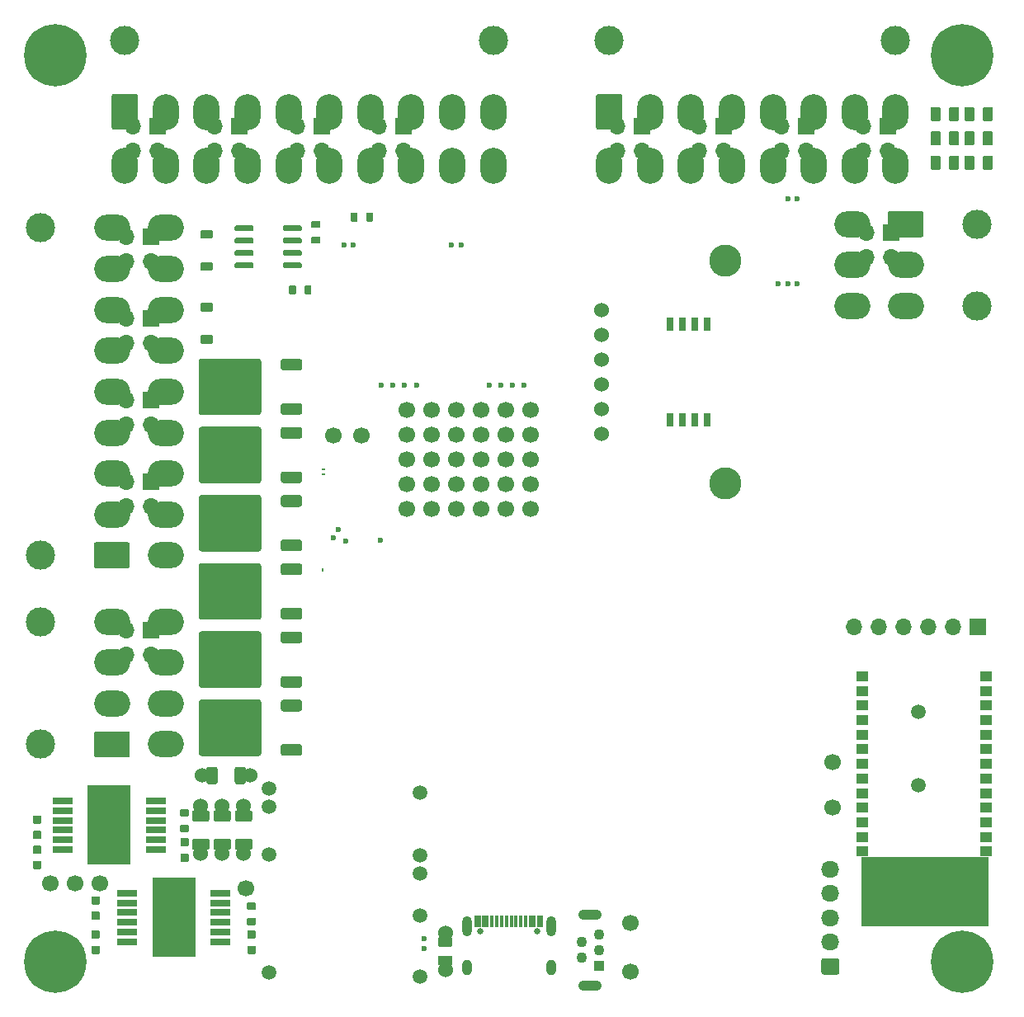
<source format=gts>
G04 #@! TF.GenerationSoftware,KiCad,Pcbnew,8.0.1-8.0.1-1~ubuntu22.04.1*
G04 #@! TF.CreationDate,2024-04-13T16:01:45+00:00*
G04 #@! TF.ProjectId,uaefi,75616566-692e-46b6-9963-61645f706362,C*
G04 #@! TF.SameCoordinates,Original*
G04 #@! TF.FileFunction,Soldermask,Top*
G04 #@! TF.FilePolarity,Negative*
%FSLAX46Y46*%
G04 Gerber Fmt 4.6, Leading zero omitted, Abs format (unit mm)*
G04 Created by KiCad (PCBNEW 8.0.1-8.0.1-1~ubuntu22.04.1) date 2024-04-13 16:01:45*
%MOMM*%
%LPD*%
G01*
G04 APERTURE LIST*
%ADD10C,0.120000*%
%ADD11R,1.700000X1.700000*%
%ADD12O,1.700000X1.700000*%
%ADD13C,3.000000*%
%ADD14O,2.700000X3.700000*%
%ADD15C,1.700000*%
%ADD16C,0.800000*%
%ADD17C,6.400000*%
%ADD18C,1.524000*%
%ADD19O,1.850000X1.700000*%
%ADD20C,0.600000*%
%ADD21R,1.100000X1.100000*%
%ADD22C,1.100000*%
%ADD23O,2.400000X1.100000*%
%ADD24C,1.500000*%
%ADD25O,0.250000X0.499999*%
%ADD26O,0.499999X0.250000*%
%ADD27C,0.599999*%
%ADD28O,3.700000X2.700000*%
%ADD29R,1.300000X1.000000*%
%ADD30R,2.000000X0.650000*%
%ADD31R,4.500000X8.100000*%
%ADD32C,0.650000*%
%ADD33R,0.300000X1.150000*%
%ADD34O,1.000000X2.100000*%
%ADD35O,1.000000X1.600000*%
%ADD36C,3.302000*%
%ADD37R,0.690000X1.350000*%
G04 APERTURE END LIST*
D10*
G04 #@! TO.C,U5*
X99150000Y7225000D02*
X86150000Y7225000D01*
X86150000Y14225000D01*
X99150000Y14225000D01*
X99150000Y7225000D01*
G36*
X99150000Y7225000D02*
G01*
X86150000Y7225000D01*
X86150000Y14225000D01*
X99150000Y14225000D01*
X99150000Y7225000D01*
G37*
G04 #@! TD*
G04 #@! TO.C,R40*
G36*
G01*
X96749999Y84875000D02*
X96749999Y86125000D01*
G75*
G02*
X96849999Y86225000I100000J0D01*
G01*
X97649999Y86225000D01*
G75*
G02*
X97749999Y86125000I0J-100000D01*
G01*
X97749999Y84875000D01*
G75*
G02*
X97649999Y84775000I-100000J0D01*
G01*
X96849999Y84775000D01*
G75*
G02*
X96749999Y84875000I0J100000D01*
G01*
G37*
G36*
G01*
X98650021Y84875000D02*
X98650021Y86125000D01*
G75*
G02*
X98750021Y86225000I100000J0D01*
G01*
X99550021Y86225000D01*
G75*
G02*
X99650021Y86125000I0J-100000D01*
G01*
X99650021Y84875000D01*
G75*
G02*
X99550021Y84775000I-100000J0D01*
G01*
X98750021Y84775000D01*
G75*
G02*
X98650021Y84875000I0J100000D01*
G01*
G37*
G04 #@! TD*
G04 #@! TO.C,U7*
G36*
G01*
X28775000Y75110000D02*
X28775000Y74810000D01*
G75*
G02*
X28625000Y74660000I-150000J0D01*
G01*
X26975000Y74660000D01*
G75*
G02*
X26825000Y74810000I0J150000D01*
G01*
X26825000Y75110000D01*
G75*
G02*
X26975000Y75260000I150000J0D01*
G01*
X28625000Y75260000D01*
G75*
G02*
X28775000Y75110000I0J-150000D01*
G01*
G37*
G36*
G01*
X28775000Y76380000D02*
X28775000Y76080000D01*
G75*
G02*
X28625000Y75930000I-150000J0D01*
G01*
X26975000Y75930000D01*
G75*
G02*
X26825000Y76080000I0J150000D01*
G01*
X26825000Y76380000D01*
G75*
G02*
X26975000Y76530000I150000J0D01*
G01*
X28625000Y76530000D01*
G75*
G02*
X28775000Y76380000I0J-150000D01*
G01*
G37*
G36*
G01*
X28775000Y77650000D02*
X28775000Y77350000D01*
G75*
G02*
X28625000Y77200000I-150000J0D01*
G01*
X26975000Y77200000D01*
G75*
G02*
X26825000Y77350000I0J150000D01*
G01*
X26825000Y77650000D01*
G75*
G02*
X26975000Y77800000I150000J0D01*
G01*
X28625000Y77800000D01*
G75*
G02*
X28775000Y77650000I0J-150000D01*
G01*
G37*
G36*
G01*
X28775000Y78920000D02*
X28775000Y78620000D01*
G75*
G02*
X28625000Y78470000I-150000J0D01*
G01*
X26975000Y78470000D01*
G75*
G02*
X26825000Y78620000I0J150000D01*
G01*
X26825000Y78920000D01*
G75*
G02*
X26975000Y79070000I150000J0D01*
G01*
X28625000Y79070000D01*
G75*
G02*
X28775000Y78920000I0J-150000D01*
G01*
G37*
G36*
G01*
X23825000Y78920000D02*
X23825000Y78620000D01*
G75*
G02*
X23675000Y78470000I-150000J0D01*
G01*
X22025000Y78470000D01*
G75*
G02*
X21875000Y78620000I0J150000D01*
G01*
X21875000Y78920000D01*
G75*
G02*
X22025000Y79070000I150000J0D01*
G01*
X23675000Y79070000D01*
G75*
G02*
X23825000Y78920000I0J-150000D01*
G01*
G37*
G36*
G01*
X23825000Y77650000D02*
X23825000Y77350000D01*
G75*
G02*
X23675000Y77200000I-150000J0D01*
G01*
X22025000Y77200000D01*
G75*
G02*
X21875000Y77350000I0J150000D01*
G01*
X21875000Y77650000D01*
G75*
G02*
X22025000Y77800000I150000J0D01*
G01*
X23675000Y77800000D01*
G75*
G02*
X23825000Y77650000I0J-150000D01*
G01*
G37*
G36*
G01*
X23825000Y76380000D02*
X23825000Y76080000D01*
G75*
G02*
X23675000Y75930000I-150000J0D01*
G01*
X22025000Y75930000D01*
G75*
G02*
X21875000Y76080000I0J150000D01*
G01*
X21875000Y76380000D01*
G75*
G02*
X22025000Y76530000I150000J0D01*
G01*
X23675000Y76530000D01*
G75*
G02*
X23825000Y76380000I0J-150000D01*
G01*
G37*
G36*
G01*
X23825000Y75110000D02*
X23825000Y74810000D01*
G75*
G02*
X23675000Y74660000I-150000J0D01*
G01*
X22025000Y74660000D01*
G75*
G02*
X21875000Y74810000I0J150000D01*
G01*
X21875000Y75110000D01*
G75*
G02*
X22025000Y75260000I150000J0D01*
G01*
X23675000Y75260000D01*
G75*
G02*
X23825000Y75110000I0J-150000D01*
G01*
G37*
G04 #@! TD*
G04 #@! TO.C,C24*
G36*
G01*
X7260000Y10215001D02*
X7940000Y10215001D01*
G75*
G02*
X8025000Y10130001I0J-85000D01*
G01*
X8025000Y9450001D01*
G75*
G02*
X7940000Y9365001I-85000J0D01*
G01*
X7260000Y9365001D01*
G75*
G02*
X7175000Y9450001I0J85000D01*
G01*
X7175000Y10130001D01*
G75*
G02*
X7260000Y10215001I85000J0D01*
G01*
G37*
G36*
G01*
X7260000Y8634999D02*
X7940000Y8634999D01*
G75*
G02*
X8025000Y8549999I0J-85000D01*
G01*
X8025000Y7869999D01*
G75*
G02*
X7940000Y7784999I-85000J0D01*
G01*
X7260000Y7784999D01*
G75*
G02*
X7175000Y7869999I0J85000D01*
G01*
X7175000Y8549999D01*
G75*
G02*
X7260000Y8634999I85000J0D01*
G01*
G37*
G04 #@! TD*
G04 #@! TO.C,R39*
G36*
G01*
X96749999Y87375000D02*
X96749999Y88625000D01*
G75*
G02*
X96849999Y88725000I100000J0D01*
G01*
X97649999Y88725000D01*
G75*
G02*
X97749999Y88625000I0J-100000D01*
G01*
X97749999Y87375000D01*
G75*
G02*
X97649999Y87275000I-100000J0D01*
G01*
X96849999Y87275000D01*
G75*
G02*
X96749999Y87375000I0J100000D01*
G01*
G37*
G36*
G01*
X98650021Y87375000D02*
X98650021Y88625000D01*
G75*
G02*
X98750021Y88725000I100000J0D01*
G01*
X99550021Y88725000D01*
G75*
G02*
X99650021Y88625000I0J-100000D01*
G01*
X99650021Y87375000D01*
G75*
G02*
X99550021Y87275000I-100000J0D01*
G01*
X98750021Y87275000D01*
G75*
G02*
X98650021Y87375000I0J100000D01*
G01*
G37*
G04 #@! TD*
G04 #@! TO.C,Q10*
G36*
G01*
X28800000Y39570000D02*
X28800000Y38870000D01*
G75*
G02*
X28550000Y38620000I-250000J0D01*
G01*
X26850000Y38620000D01*
G75*
G02*
X26600000Y38870000I0J250000D01*
G01*
X26600000Y39570000D01*
G75*
G02*
X26850000Y39820000I250000J0D01*
G01*
X28550000Y39820000D01*
G75*
G02*
X28800000Y39570000I0J-250000D01*
G01*
G37*
G36*
G01*
X24600000Y44150003D02*
X24600000Y38849997D01*
G75*
G02*
X24350003Y38600000I-249997J0D01*
G01*
X18449997Y38600000D01*
G75*
G02*
X18200000Y38849997I0J249997D01*
G01*
X18200000Y44150003D01*
G75*
G02*
X18449997Y44400000I249997J0D01*
G01*
X24350003Y44400000D01*
G75*
G02*
X24600000Y44150003I0J-249997D01*
G01*
G37*
G36*
G01*
X28800000Y44130000D02*
X28800000Y43430000D01*
G75*
G02*
X28550000Y43180000I-250000J0D01*
G01*
X26850000Y43180000D01*
G75*
G02*
X26600000Y43430000I0J250000D01*
G01*
X26600000Y44130000D01*
G75*
G02*
X26850000Y44380000I250000J0D01*
G01*
X28550000Y44380000D01*
G75*
G02*
X28800000Y44130000I0J-250000D01*
G01*
G37*
G04 #@! TD*
D11*
G04 #@! TO.C,J21*
X13315000Y52750000D03*
D12*
X10775000Y52750000D03*
X13315000Y50210000D03*
X10775000Y50210000D03*
G04 #@! TD*
D13*
G04 #@! TO.C,J10*
X60300000Y98025000D03*
X89700000Y98025000D03*
G36*
G01*
X58950000Y89125001D02*
X58950000Y92324999D01*
G75*
G02*
X59200001Y92575000I250001J0D01*
G01*
X61399999Y92575000D01*
G75*
G02*
X61650000Y92324999I0J-250001D01*
G01*
X61650000Y89125001D01*
G75*
G02*
X61399999Y88875000I-250001J0D01*
G01*
X59200001Y88875000D01*
G75*
G02*
X58950000Y89125001I0J250001D01*
G01*
G37*
D14*
X64500000Y90725000D03*
X68700000Y90725000D03*
X72900000Y90725000D03*
X77100000Y90725000D03*
X81300000Y90725000D03*
X85500000Y90725000D03*
X89700000Y90725000D03*
X60300000Y85225000D03*
X64500000Y85225000D03*
X68700000Y85225000D03*
X72900000Y85225000D03*
X77100000Y85225000D03*
X81300000Y85225000D03*
X85500000Y85225000D03*
X89700000Y85225000D03*
G04 #@! TD*
D15*
G04 #@! TO.C,P8*
X83200000Y19300000D03*
G04 #@! TD*
D11*
G04 #@! TO.C,J20*
X13315000Y61150000D03*
D12*
X10775000Y61150000D03*
X13315000Y58610000D03*
X10775000Y58610000D03*
G04 #@! TD*
D13*
G04 #@! TO.C,J2*
X10600000Y98025000D03*
X48400000Y98025000D03*
G36*
G01*
X9250000Y89125001D02*
X9250000Y92324999D01*
G75*
G02*
X9500001Y92575000I250001J0D01*
G01*
X11699999Y92575000D01*
G75*
G02*
X11950000Y92324999I0J-250001D01*
G01*
X11950000Y89125001D01*
G75*
G02*
X11699999Y88875000I-250001J0D01*
G01*
X9500001Y88875000D01*
G75*
G02*
X9250000Y89125001I0J250001D01*
G01*
G37*
D14*
X14800000Y90725000D03*
X19000000Y90725000D03*
X23200000Y90725000D03*
X27400000Y90725000D03*
X31600000Y90725000D03*
X35800000Y90725000D03*
X40000000Y90725000D03*
X44200000Y90725000D03*
X48400000Y90725000D03*
X10600000Y85225000D03*
X14800000Y85225000D03*
X19000000Y85225000D03*
X23200000Y85225000D03*
X27400000Y85225000D03*
X31600000Y85225000D03*
X35800000Y85225000D03*
X40000000Y85225000D03*
X44200000Y85225000D03*
X48400000Y85225000D03*
G04 #@! TD*
G04 #@! TO.C,Q7*
G36*
G01*
X28800000Y60570000D02*
X28800000Y59870000D01*
G75*
G02*
X28550000Y59620000I-250000J0D01*
G01*
X26850000Y59620000D01*
G75*
G02*
X26600000Y59870000I0J250000D01*
G01*
X26600000Y60570000D01*
G75*
G02*
X26850000Y60820000I250000J0D01*
G01*
X28550000Y60820000D01*
G75*
G02*
X28800000Y60570000I0J-250000D01*
G01*
G37*
G36*
G01*
X24600000Y65150003D02*
X24600000Y59849997D01*
G75*
G02*
X24350003Y59600000I-249997J0D01*
G01*
X18449997Y59600000D01*
G75*
G02*
X18200000Y59849997I0J249997D01*
G01*
X18200000Y65150003D01*
G75*
G02*
X18449997Y65400000I249997J0D01*
G01*
X24350003Y65400000D01*
G75*
G02*
X24600000Y65150003I0J-249997D01*
G01*
G37*
G36*
G01*
X28800000Y65130000D02*
X28800000Y64430000D01*
G75*
G02*
X28550000Y64180000I-250000J0D01*
G01*
X26850000Y64180000D01*
G75*
G02*
X26600000Y64430000I0J250000D01*
G01*
X26600000Y65130000D01*
G75*
G02*
X26850000Y65380000I250000J0D01*
G01*
X28550000Y65380000D01*
G75*
G02*
X28800000Y65130000I0J-250000D01*
G01*
G37*
G04 #@! TD*
G04 #@! TO.C,Q8*
G36*
G01*
X28800000Y53570000D02*
X28800000Y52870000D01*
G75*
G02*
X28550000Y52620000I-250000J0D01*
G01*
X26850000Y52620000D01*
G75*
G02*
X26600000Y52870000I0J250000D01*
G01*
X26600000Y53570000D01*
G75*
G02*
X26850000Y53820000I250000J0D01*
G01*
X28550000Y53820000D01*
G75*
G02*
X28800000Y53570000I0J-250000D01*
G01*
G37*
G36*
G01*
X24600000Y58150003D02*
X24600000Y52849997D01*
G75*
G02*
X24350003Y52600000I-249997J0D01*
G01*
X18449997Y52600000D01*
G75*
G02*
X18200000Y52849997I0J249997D01*
G01*
X18200000Y58150003D01*
G75*
G02*
X18449997Y58400000I249997J0D01*
G01*
X24350003Y58400000D01*
G75*
G02*
X24600000Y58150003I0J-249997D01*
G01*
G37*
G36*
G01*
X28800000Y58130000D02*
X28800000Y57430000D01*
G75*
G02*
X28550000Y57180000I-250000J0D01*
G01*
X26850000Y57180000D01*
G75*
G02*
X26600000Y57430000I0J250000D01*
G01*
X26600000Y58130000D01*
G75*
G02*
X26850000Y58380000I250000J0D01*
G01*
X28550000Y58380000D01*
G75*
G02*
X28800000Y58130000I0J-250000D01*
G01*
G37*
G04 #@! TD*
D11*
G04 #@! TO.C,J17*
X39190000Y89225000D03*
D12*
X36650000Y89225000D03*
X39190000Y86685000D03*
X36650000Y86685000D03*
G04 #@! TD*
D15*
G04 #@! TO.C,P1*
X32000000Y57500000D03*
G04 #@! TD*
G04 #@! TO.C,C26*
G36*
G01*
X23260000Y6715001D02*
X23940000Y6715001D01*
G75*
G02*
X24025000Y6630001I0J-85000D01*
G01*
X24025000Y5950001D01*
G75*
G02*
X23940000Y5865001I-85000J0D01*
G01*
X23260000Y5865001D01*
G75*
G02*
X23175000Y5950001I0J85000D01*
G01*
X23175000Y6630001D01*
G75*
G02*
X23260000Y6715001I85000J0D01*
G01*
G37*
G36*
G01*
X23260000Y5134999D02*
X23940000Y5134999D01*
G75*
G02*
X24025000Y5049999I0J-85000D01*
G01*
X24025000Y4369999D01*
G75*
G02*
X23940000Y4284999I-85000J0D01*
G01*
X23260000Y4284999D01*
G75*
G02*
X23175000Y4369999I0J85000D01*
G01*
X23175000Y5049999D01*
G75*
G02*
X23260000Y5134999I85000J0D01*
G01*
G37*
G04 #@! TD*
G04 #@! TO.C,R1*
G36*
G01*
X36082497Y80315000D02*
X36082497Y79535000D01*
G75*
G02*
X36012497Y79465000I-70000J0D01*
G01*
X35452497Y79465000D01*
G75*
G02*
X35382497Y79535000I0J70000D01*
G01*
X35382497Y80315000D01*
G75*
G02*
X35452497Y80385000I70000J0D01*
G01*
X36012497Y80385000D01*
G75*
G02*
X36082497Y80315000I0J-70000D01*
G01*
G37*
G36*
G01*
X34482497Y80315000D02*
X34482497Y79535000D01*
G75*
G02*
X34412497Y79465000I-70000J0D01*
G01*
X33852497Y79465000D01*
G75*
G02*
X33782497Y79535000I0J70000D01*
G01*
X33782497Y80315000D01*
G75*
G02*
X33852497Y80385000I70000J0D01*
G01*
X34412497Y80385000D01*
G75*
G02*
X34482497Y80315000I0J-70000D01*
G01*
G37*
G04 #@! TD*
G04 #@! TO.C,P2*
X34900000Y57500000D03*
G04 #@! TD*
G04 #@! TO.C,C13*
G36*
G01*
X16385000Y16175001D02*
X17065000Y16175001D01*
G75*
G02*
X17150000Y16090001I0J-85000D01*
G01*
X17150000Y15410001D01*
G75*
G02*
X17065000Y15325001I-85000J0D01*
G01*
X16385000Y15325001D01*
G75*
G02*
X16300000Y15410001I0J85000D01*
G01*
X16300000Y16090001D01*
G75*
G02*
X16385000Y16175001I85000J0D01*
G01*
G37*
G36*
G01*
X16385000Y14594999D02*
X17065000Y14594999D01*
G75*
G02*
X17150000Y14509999I0J-85000D01*
G01*
X17150000Y13829999D01*
G75*
G02*
X17065000Y13744999I-85000J0D01*
G01*
X16385000Y13744999D01*
G75*
G02*
X16300000Y13829999I0J85000D01*
G01*
X16300000Y14509999D01*
G75*
G02*
X16385000Y14594999I85000J0D01*
G01*
G37*
G04 #@! TD*
G04 #@! TO.C,P15*
X5540000Y11500000D03*
G04 #@! TD*
D16*
G04 #@! TO.C,H1*
X1100000Y96500000D03*
X1802944Y98197056D03*
X1802944Y94802944D03*
X3500000Y98900000D03*
D17*
X3500000Y96500000D03*
D16*
X3500000Y94100000D03*
X5197056Y98197056D03*
X5197056Y94802944D03*
X5900000Y96500000D03*
G04 #@! TD*
G04 #@! TO.C,H4*
X94100000Y96500000D03*
X94802944Y98197056D03*
X94802944Y94802944D03*
X96500000Y98900000D03*
D17*
X96500000Y96500000D03*
D16*
X96500000Y94100000D03*
X98197056Y98197056D03*
X98197056Y94802944D03*
X98900000Y96500000D03*
G04 #@! TD*
D18*
G04 #@! TO.C,F4*
X18400000Y19450000D03*
G36*
G01*
X17500000Y18105010D02*
X17500000Y18795010D01*
G75*
G02*
X17730000Y19025010I230000J0D01*
G01*
X19070000Y19025010D01*
G75*
G02*
X19300000Y18795010I0J-230000D01*
G01*
X19300000Y18105010D01*
G75*
G02*
X19070000Y17875010I-230000J0D01*
G01*
X17730000Y17875010D01*
G75*
G02*
X17500000Y18105010I0J230000D01*
G01*
G37*
G36*
G01*
X17500000Y15204990D02*
X17500000Y15894990D01*
G75*
G02*
X17730000Y16124990I230000J0D01*
G01*
X19070000Y16124990D01*
G75*
G02*
X19300000Y15894990I0J-230000D01*
G01*
X19300000Y15204990D01*
G75*
G02*
X19070000Y14974990I-230000J0D01*
G01*
X17730000Y14974990D01*
G75*
G02*
X17500000Y15204990I0J230000D01*
G01*
G37*
X18400000Y14550000D03*
G04 #@! TD*
G04 #@! TO.C,R37*
G36*
G01*
X93299999Y84875000D02*
X93299999Y86125000D01*
G75*
G02*
X93399999Y86225000I100000J0D01*
G01*
X94199999Y86225000D01*
G75*
G02*
X94299999Y86125000I0J-100000D01*
G01*
X94299999Y84875000D01*
G75*
G02*
X94199999Y84775000I-100000J0D01*
G01*
X93399999Y84775000D01*
G75*
G02*
X93299999Y84875000I0J100000D01*
G01*
G37*
G36*
G01*
X95200021Y84875000D02*
X95200021Y86125000D01*
G75*
G02*
X95300021Y86225000I100000J0D01*
G01*
X96100021Y86225000D01*
G75*
G02*
X96200021Y86125000I0J-100000D01*
G01*
X96200021Y84875000D01*
G75*
G02*
X96100021Y84775000I-100000J0D01*
G01*
X95300021Y84775000D01*
G75*
G02*
X95200021Y84875000I0J100000D01*
G01*
G37*
G04 #@! TD*
G04 #@! TO.C,C11*
G36*
G01*
X1260000Y18515001D02*
X1940000Y18515001D01*
G75*
G02*
X2025000Y18430001I0J-85000D01*
G01*
X2025000Y17750001D01*
G75*
G02*
X1940000Y17665001I-85000J0D01*
G01*
X1260000Y17665001D01*
G75*
G02*
X1175000Y17750001I0J85000D01*
G01*
X1175000Y18430001D01*
G75*
G02*
X1260000Y18515001I85000J0D01*
G01*
G37*
G36*
G01*
X1260000Y16934999D02*
X1940000Y16934999D01*
G75*
G02*
X2025000Y16849999I0J-85000D01*
G01*
X2025000Y16169999D01*
G75*
G02*
X1940000Y16084999I-85000J0D01*
G01*
X1260000Y16084999D01*
G75*
G02*
X1175000Y16169999I0J85000D01*
G01*
X1175000Y16849999D01*
G75*
G02*
X1260000Y16934999I85000J0D01*
G01*
G37*
G04 #@! TD*
G04 #@! TO.C,J7*
G36*
G01*
X83675000Y2150000D02*
X82325000Y2150000D01*
G75*
G02*
X82075000Y2400000I0J250000D01*
G01*
X82075000Y3600000D01*
G75*
G02*
X82325000Y3850000I250000J0D01*
G01*
X83675000Y3850000D01*
G75*
G02*
X83925000Y3600000I0J-250000D01*
G01*
X83925000Y2400000D01*
G75*
G02*
X83675000Y2150000I-250000J0D01*
G01*
G37*
D19*
X83000000Y5500000D03*
X83000000Y8000000D03*
X83000000Y10500000D03*
X83000000Y13000000D03*
G04 #@! TD*
D15*
G04 #@! TO.C,P4*
X62500000Y7500000D03*
G04 #@! TD*
D16*
G04 #@! TO.C,H2*
X1100000Y3500000D03*
X1802944Y5197056D03*
X1802944Y1802944D03*
X3500000Y5900000D03*
D17*
X3500000Y3500000D03*
D16*
X3500000Y1100000D03*
X5197056Y5197056D03*
X5197056Y1802944D03*
X5900000Y3500000D03*
G04 #@! TD*
D20*
G04 #@! TO.C,M3*
X49175000Y62675000D03*
X47975000Y62675000D03*
X50375000Y62675000D03*
X51575000Y62675000D03*
X45115000Y77100000D03*
X44115000Y77100000D03*
G04 #@! TD*
G04 #@! TO.C,R10*
G36*
G01*
X29750000Y72840000D02*
X29750000Y72060000D01*
G75*
G02*
X29680000Y71990000I-70000J0D01*
G01*
X29120000Y71990000D01*
G75*
G02*
X29050000Y72060000I0J70000D01*
G01*
X29050000Y72840000D01*
G75*
G02*
X29120000Y72910000I70000J0D01*
G01*
X29680000Y72910000D01*
G75*
G02*
X29750000Y72840000I0J-70000D01*
G01*
G37*
G36*
G01*
X28150000Y72840000D02*
X28150000Y72060000D01*
G75*
G02*
X28080000Y71990000I-70000J0D01*
G01*
X27520000Y71990000D01*
G75*
G02*
X27450000Y72060000I0J70000D01*
G01*
X27450000Y72840000D01*
G75*
G02*
X27520000Y72910000I70000J0D01*
G01*
X28080000Y72910000D01*
G75*
G02*
X28150000Y72840000I0J-70000D01*
G01*
G37*
G04 #@! TD*
D15*
G04 #@! TO.C,P17*
X3000000Y11500000D03*
G04 #@! TD*
D21*
G04 #@! TO.C,J8*
X59250000Y3100000D03*
D22*
X57500000Y3900000D03*
X59250000Y4700000D03*
X57500000Y5500000D03*
X59250000Y6300000D03*
D23*
X58375000Y1050000D03*
X58375000Y8350000D03*
G04 #@! TD*
D18*
G04 #@! TO.C,F3*
X20600000Y19450000D03*
G36*
G01*
X19700000Y18105010D02*
X19700000Y18795010D01*
G75*
G02*
X19930000Y19025010I230000J0D01*
G01*
X21270000Y19025010D01*
G75*
G02*
X21500000Y18795010I0J-230000D01*
G01*
X21500000Y18105010D01*
G75*
G02*
X21270000Y17875010I-230000J0D01*
G01*
X19930000Y17875010D01*
G75*
G02*
X19700000Y18105010I0J230000D01*
G01*
G37*
G36*
G01*
X19700000Y15204990D02*
X19700000Y15894990D01*
G75*
G02*
X19930000Y16124990I230000J0D01*
G01*
X21270000Y16124990D01*
G75*
G02*
X21500000Y15894990I0J-230000D01*
G01*
X21500000Y15204990D01*
G75*
G02*
X21270000Y14974990I-230000J0D01*
G01*
X19930000Y14974990D01*
G75*
G02*
X19700000Y15204990I0J230000D01*
G01*
G37*
X20600000Y14550000D03*
G04 #@! TD*
D20*
G04 #@! TO.C,M2*
X79574999Y73125000D03*
X78624999Y73125000D03*
X77675001Y73125000D03*
X78674999Y81825000D03*
X79574999Y81825000D03*
G04 #@! TD*
G04 #@! TO.C,C25*
G36*
G01*
X7940000Y4284999D02*
X7260000Y4284999D01*
G75*
G02*
X7175000Y4369999I0J85000D01*
G01*
X7175000Y5049999D01*
G75*
G02*
X7260000Y5134999I85000J0D01*
G01*
X7940000Y5134999D01*
G75*
G02*
X8025000Y5049999I0J-85000D01*
G01*
X8025000Y4369999D01*
G75*
G02*
X7940000Y4284999I-85000J0D01*
G01*
G37*
G36*
G01*
X7940000Y5865001D02*
X7260000Y5865001D01*
G75*
G02*
X7175000Y5950001I0J85000D01*
G01*
X7175000Y6630001D01*
G75*
G02*
X7260000Y6715001I85000J0D01*
G01*
X7940000Y6715001D01*
G75*
G02*
X8025000Y6630001I0J-85000D01*
G01*
X8025000Y5950001D01*
G75*
G02*
X7940000Y5865001I-85000J0D01*
G01*
G37*
G04 #@! TD*
D15*
G04 #@! TO.C,P18*
X23000000Y11000000D03*
G04 #@! TD*
D24*
G04 #@! TO.C,M1*
X40874995Y20824999D03*
X40874995Y14425002D03*
X40874995Y12524999D03*
X40874995Y8224999D03*
D20*
X41324994Y5825002D03*
X41324994Y4825001D03*
D24*
X40874995Y1974999D03*
X25374998Y21275001D03*
X25374998Y19425002D03*
X25374998Y14474999D03*
X25374998Y2425001D03*
G04 #@! TD*
G04 #@! TO.C,Q12*
G36*
G01*
X28800000Y25570000D02*
X28800000Y24870000D01*
G75*
G02*
X28550000Y24620000I-250000J0D01*
G01*
X26850000Y24620000D01*
G75*
G02*
X26600000Y24870000I0J250000D01*
G01*
X26600000Y25570000D01*
G75*
G02*
X26850000Y25820000I250000J0D01*
G01*
X28550000Y25820000D01*
G75*
G02*
X28800000Y25570000I0J-250000D01*
G01*
G37*
G36*
G01*
X24600000Y30150003D02*
X24600000Y24849997D01*
G75*
G02*
X24350003Y24600000I-249997J0D01*
G01*
X18449997Y24600000D01*
G75*
G02*
X18200000Y24849997I0J249997D01*
G01*
X18200000Y30150003D01*
G75*
G02*
X18449997Y30400000I249997J0D01*
G01*
X24350003Y30400000D01*
G75*
G02*
X24600000Y30150003I0J-249997D01*
G01*
G37*
G36*
G01*
X28800000Y30130000D02*
X28800000Y29430000D01*
G75*
G02*
X28550000Y29180000I-250000J0D01*
G01*
X26850000Y29180000D01*
G75*
G02*
X26600000Y29430000I0J250000D01*
G01*
X26600000Y30130000D01*
G75*
G02*
X26850000Y30380000I250000J0D01*
G01*
X28550000Y30380000D01*
G75*
G02*
X28800000Y30130000I0J-250000D01*
G01*
G37*
G04 #@! TD*
D25*
G04 #@! TO.C,M7*
X30900003Y43675005D03*
D26*
X30950001Y54024999D03*
X30950001Y53524998D03*
D27*
X31999999Y46975001D03*
X32524999Y47850003D03*
X33274997Y46674999D03*
X36824998Y46750002D03*
G04 #@! TD*
G04 #@! TO.C,R9*
G36*
G01*
X16335000Y19110000D02*
X17115000Y19110000D01*
G75*
G02*
X17185000Y19040000I0J-70000D01*
G01*
X17185000Y18480000D01*
G75*
G02*
X17115000Y18410000I-70000J0D01*
G01*
X16335000Y18410000D01*
G75*
G02*
X16265000Y18480000I0J70000D01*
G01*
X16265000Y19040000D01*
G75*
G02*
X16335000Y19110000I70000J0D01*
G01*
G37*
G36*
G01*
X16335000Y17510000D02*
X17115000Y17510000D01*
G75*
G02*
X17185000Y17440000I0J-70000D01*
G01*
X17185000Y16880000D01*
G75*
G02*
X17115000Y16810000I-70000J0D01*
G01*
X16335000Y16810000D01*
G75*
G02*
X16265000Y16880000I0J70000D01*
G01*
X16265000Y17440000D01*
G75*
G02*
X16335000Y17510000I70000J0D01*
G01*
G37*
G04 #@! TD*
D11*
G04 #@! TO.C,J11*
X80490000Y89225000D03*
D12*
X77950000Y89225000D03*
X80490000Y86685000D03*
X77950000Y86685000D03*
G04 #@! TD*
D13*
G04 #@! TO.C,J5*
X1975000Y45200000D03*
X1975000Y78800000D03*
G36*
G01*
X10874999Y43850000D02*
X7675001Y43850000D01*
G75*
G02*
X7425000Y44100001I0J250001D01*
G01*
X7425000Y46299999D01*
G75*
G02*
X7675001Y46550000I250001J0D01*
G01*
X10874999Y46550000D01*
G75*
G02*
X11125000Y46299999I0J-250001D01*
G01*
X11125000Y44100001D01*
G75*
G02*
X10874999Y43850000I-250001J0D01*
G01*
G37*
D28*
X9275000Y49400000D03*
X9275000Y53600000D03*
X9275000Y57800000D03*
X9275000Y62000000D03*
X9275000Y66200000D03*
X9275000Y70400000D03*
X9275000Y74600000D03*
X9275000Y78800000D03*
X14775000Y45200000D03*
X14775000Y49400000D03*
X14775000Y53600000D03*
X14775000Y57800000D03*
X14775000Y62000000D03*
X14775000Y66200000D03*
X14775000Y70400000D03*
X14775000Y74600000D03*
X14775000Y78800000D03*
G04 #@! TD*
G04 #@! TO.C,Q9*
G36*
G01*
X28800000Y46570000D02*
X28800000Y45870000D01*
G75*
G02*
X28550000Y45620000I-250000J0D01*
G01*
X26850000Y45620000D01*
G75*
G02*
X26600000Y45870000I0J250000D01*
G01*
X26600000Y46570000D01*
G75*
G02*
X26850000Y46820000I250000J0D01*
G01*
X28550000Y46820000D01*
G75*
G02*
X28800000Y46570000I0J-250000D01*
G01*
G37*
G36*
G01*
X24600000Y51150003D02*
X24600000Y45849997D01*
G75*
G02*
X24350003Y45600000I-249997J0D01*
G01*
X18449997Y45600000D01*
G75*
G02*
X18200000Y45849997I0J249997D01*
G01*
X18200000Y51150003D01*
G75*
G02*
X18449997Y51400000I249997J0D01*
G01*
X24350003Y51400000D01*
G75*
G02*
X24600000Y51150003I0J-249997D01*
G01*
G37*
G36*
G01*
X28800000Y51130000D02*
X28800000Y50430000D01*
G75*
G02*
X28550000Y50180000I-250000J0D01*
G01*
X26850000Y50180000D01*
G75*
G02*
X26600000Y50430000I0J250000D01*
G01*
X26600000Y51130000D01*
G75*
G02*
X26850000Y51380000I250000J0D01*
G01*
X28550000Y51380000D01*
G75*
G02*
X28800000Y51130000I0J-250000D01*
G01*
G37*
G04 #@! TD*
D29*
G04 #@! TO.C,U5*
X99000000Y14800000D03*
X99000000Y16300000D03*
X99000000Y17800000D03*
X99000000Y19300000D03*
X99000000Y20800000D03*
X99000000Y22300000D03*
X99000000Y23800000D03*
X99000000Y25300000D03*
X99000000Y26800000D03*
X99000000Y28300000D03*
X99000000Y29800000D03*
X99000000Y31300000D03*
X99000000Y32800000D03*
X86300000Y32800000D03*
X86300000Y31300000D03*
X86300000Y29800000D03*
X86300000Y28300000D03*
X86300000Y26800000D03*
X86300000Y25300000D03*
X86300000Y23800000D03*
X86300000Y22300000D03*
X86300000Y20800000D03*
X86300000Y19300000D03*
X86300000Y17800000D03*
X86300000Y16300000D03*
X86300000Y14800000D03*
G04 #@! TD*
D11*
G04 #@! TO.C,J1*
X88890000Y89225000D03*
D12*
X86350000Y89225000D03*
X88890000Y86685000D03*
X86350000Y86685000D03*
G04 #@! TD*
D13*
G04 #@! TO.C,J3*
X98025000Y79200000D03*
X98025000Y70800000D03*
G36*
G01*
X89125001Y80550000D02*
X92324999Y80550000D01*
G75*
G02*
X92575000Y80299999I0J-250001D01*
G01*
X92575000Y78100001D01*
G75*
G02*
X92324999Y77850000I-250001J0D01*
G01*
X89125001Y77850000D01*
G75*
G02*
X88875000Y78100001I0J250001D01*
G01*
X88875000Y80299999D01*
G75*
G02*
X89125001Y80550000I250001J0D01*
G01*
G37*
D28*
X90725000Y75000000D03*
X90725000Y70800000D03*
X85225000Y79200000D03*
X85225000Y75000000D03*
X85225000Y70800000D03*
G04 #@! TD*
G04 #@! TO.C,R35*
G36*
G01*
X93299999Y89875000D02*
X93299999Y91125000D01*
G75*
G02*
X93399999Y91225000I100000J0D01*
G01*
X94199999Y91225000D01*
G75*
G02*
X94299999Y91125000I0J-100000D01*
G01*
X94299999Y89875000D01*
G75*
G02*
X94199999Y89775000I-100000J0D01*
G01*
X93399999Y89775000D01*
G75*
G02*
X93299999Y89875000I0J100000D01*
G01*
G37*
G36*
G01*
X95200021Y89875000D02*
X95200021Y91125000D01*
G75*
G02*
X95300021Y91225000I100000J0D01*
G01*
X96100021Y91225000D01*
G75*
G02*
X96200021Y91125000I0J-100000D01*
G01*
X96200021Y89875000D01*
G75*
G02*
X96100021Y89775000I-100000J0D01*
G01*
X95300021Y89775000D01*
G75*
G02*
X95200021Y89875000I0J100000D01*
G01*
G37*
G04 #@! TD*
D11*
G04 #@! TO.C,J16*
X30790000Y89225000D03*
D12*
X28250000Y89225000D03*
X30790000Y86685000D03*
X28250000Y86685000D03*
G04 #@! TD*
D18*
G04 #@! TO.C,F1*
X22800000Y19450000D03*
G36*
G01*
X21900000Y18105010D02*
X21900000Y18795010D01*
G75*
G02*
X22130000Y19025010I230000J0D01*
G01*
X23470000Y19025010D01*
G75*
G02*
X23700000Y18795010I0J-230000D01*
G01*
X23700000Y18105010D01*
G75*
G02*
X23470000Y17875010I-230000J0D01*
G01*
X22130000Y17875010D01*
G75*
G02*
X21900000Y18105010I0J230000D01*
G01*
G37*
G36*
G01*
X21900000Y15204990D02*
X21900000Y15894990D01*
G75*
G02*
X22130000Y16124990I230000J0D01*
G01*
X23470000Y16124990D01*
G75*
G02*
X23700000Y15894990I0J-230000D01*
G01*
X23700000Y15204990D01*
G75*
G02*
X23470000Y14974990I-230000J0D01*
G01*
X22130000Y14974990D01*
G75*
G02*
X21900000Y15204990I0J230000D01*
G01*
G37*
X22800000Y14550000D03*
G04 #@! TD*
D15*
G04 #@! TO.C,G3*
X39500000Y49960000D03*
X39500000Y52500000D03*
X39500000Y55040000D03*
X39500000Y57580000D03*
X39500000Y60120000D03*
X42040000Y49960000D03*
X42040000Y52500000D03*
X42040000Y55040000D03*
X42040000Y57580000D03*
X42040000Y60120000D03*
X44580000Y49960000D03*
X44580000Y52500000D03*
X44580000Y55040000D03*
X44580000Y57580000D03*
X44580000Y60120000D03*
G04 #@! TD*
G04 #@! TO.C,P3*
X62500000Y2500000D03*
G04 #@! TD*
D18*
G04 #@! TO.C,R4*
X43474609Y6474609D03*
G36*
G01*
X42849609Y6019610D02*
X44099609Y6019610D01*
G75*
G02*
X44199609Y5919610I0J-100000D01*
G01*
X44199609Y5119610D01*
G75*
G02*
X44099609Y5019610I-100000J0D01*
G01*
X42849609Y5019610D01*
G75*
G02*
X42749609Y5119610I0J100000D01*
G01*
X42749609Y5919610D01*
G75*
G02*
X42849609Y6019610I100000J0D01*
G01*
G37*
G36*
G01*
X42849609Y4119588D02*
X44099609Y4119588D01*
G75*
G02*
X44199609Y4019588I0J-100000D01*
G01*
X44199609Y3219588D01*
G75*
G02*
X44099609Y3119588I-100000J0D01*
G01*
X42849609Y3119588D01*
G75*
G02*
X42749609Y3219588I0J100000D01*
G01*
X42749609Y4019588D01*
G75*
G02*
X42849609Y4119588I100000J0D01*
G01*
G37*
X43474609Y2664609D03*
G04 #@! TD*
G04 #@! TO.C,R11*
G36*
G01*
X29810000Y79500000D02*
X30590000Y79500000D01*
G75*
G02*
X30660000Y79430000I0J-70000D01*
G01*
X30660000Y78870000D01*
G75*
G02*
X30590000Y78800000I-70000J0D01*
G01*
X29810000Y78800000D01*
G75*
G02*
X29740000Y78870000I0J70000D01*
G01*
X29740000Y79430000D01*
G75*
G02*
X29810000Y79500000I70000J0D01*
G01*
G37*
G36*
G01*
X29810000Y77900000D02*
X30590000Y77900000D01*
G75*
G02*
X30660000Y77830000I0J-70000D01*
G01*
X30660000Y77270000D01*
G75*
G02*
X30590000Y77200000I-70000J0D01*
G01*
X29810000Y77200000D01*
G75*
G02*
X29740000Y77270000I0J70000D01*
G01*
X29740000Y77830000D01*
G75*
G02*
X29810000Y77900000I70000J0D01*
G01*
G37*
G04 #@! TD*
G04 #@! TO.C,D3*
G36*
G01*
X19510000Y74400000D02*
X18490000Y74400000D01*
G75*
G02*
X18400000Y74490000I0J90000D01*
G01*
X18400000Y75210000D01*
G75*
G02*
X18490000Y75300000I90000J0D01*
G01*
X19510000Y75300000D01*
G75*
G02*
X19600000Y75210000I0J-90000D01*
G01*
X19600000Y74490000D01*
G75*
G02*
X19510000Y74400000I-90000J0D01*
G01*
G37*
G36*
G01*
X19510000Y77700000D02*
X18490000Y77700000D01*
G75*
G02*
X18400000Y77790000I0J90000D01*
G01*
X18400000Y78510000D01*
G75*
G02*
X18490000Y78600000I90000J0D01*
G01*
X19510000Y78600000D01*
G75*
G02*
X19600000Y78510000I0J-90000D01*
G01*
X19600000Y77790000D01*
G75*
G02*
X19510000Y77700000I-90000J0D01*
G01*
G37*
G04 #@! TD*
G04 #@! TO.C,R38*
G36*
G01*
X96749999Y89875000D02*
X96749999Y91125000D01*
G75*
G02*
X96849999Y91225000I100000J0D01*
G01*
X97649999Y91225000D01*
G75*
G02*
X97749999Y91125000I0J-100000D01*
G01*
X97749999Y89875000D01*
G75*
G02*
X97649999Y89775000I-100000J0D01*
G01*
X96849999Y89775000D01*
G75*
G02*
X96749999Y89875000I0J100000D01*
G01*
G37*
G36*
G01*
X98650021Y89875000D02*
X98650021Y91125000D01*
G75*
G02*
X98750021Y91225000I100000J0D01*
G01*
X99550021Y91225000D01*
G75*
G02*
X99650021Y91125000I0J-100000D01*
G01*
X99650021Y89875000D01*
G75*
G02*
X99550021Y89775000I-100000J0D01*
G01*
X98750021Y89775000D01*
G75*
G02*
X98650021Y89875000I0J100000D01*
G01*
G37*
G04 #@! TD*
G04 #@! TO.C,R36*
G36*
G01*
X93299999Y87375000D02*
X93299999Y88625000D01*
G75*
G02*
X93399999Y88725000I100000J0D01*
G01*
X94199999Y88725000D01*
G75*
G02*
X94299999Y88625000I0J-100000D01*
G01*
X94299999Y87375000D01*
G75*
G02*
X94199999Y87275000I-100000J0D01*
G01*
X93399999Y87275000D01*
G75*
G02*
X93299999Y87375000I0J100000D01*
G01*
G37*
G36*
G01*
X95200021Y87375000D02*
X95200021Y88625000D01*
G75*
G02*
X95300021Y88725000I100000J0D01*
G01*
X96100021Y88725000D01*
G75*
G02*
X96200021Y88625000I0J-100000D01*
G01*
X96200021Y87375000D01*
G75*
G02*
X96100021Y87275000I-100000J0D01*
G01*
X95300021Y87275000D01*
G75*
G02*
X95200021Y87375000I0J100000D01*
G01*
G37*
G04 #@! TD*
D30*
G04 #@! TO.C,U1*
X4200000Y20000000D03*
X4200000Y19000000D03*
X4200000Y18000000D03*
X4200000Y17000000D03*
X4200000Y16000000D03*
X4200000Y15000000D03*
X13800000Y15000000D03*
X13800000Y16000000D03*
X13800000Y17000000D03*
X13800000Y18000000D03*
X13800000Y19000000D03*
X13800000Y20000000D03*
D31*
X9000000Y17500000D03*
G04 #@! TD*
D30*
G04 #@! TO.C,U2*
X10825000Y10540000D03*
X10825000Y9540000D03*
X10825000Y8540000D03*
X10825000Y7540000D03*
X10825000Y6540000D03*
X10825000Y5540000D03*
X20425000Y5540000D03*
X20425000Y6540000D03*
X20425000Y7540000D03*
X20425000Y8540000D03*
X20425000Y9540000D03*
X20425000Y10540000D03*
D31*
X15625000Y8040000D03*
G04 #@! TD*
D11*
G04 #@! TO.C,J24*
X89265000Y78350000D03*
D12*
X86725000Y78350000D03*
X89265000Y75810000D03*
X86725000Y75810000D03*
G04 #@! TD*
D13*
G04 #@! TO.C,J4*
X1975000Y25800000D03*
X1975000Y38400000D03*
G36*
G01*
X10874999Y24450000D02*
X7675001Y24450000D01*
G75*
G02*
X7425000Y24700001I0J250001D01*
G01*
X7425000Y26899999D01*
G75*
G02*
X7675001Y27150000I250001J0D01*
G01*
X10874999Y27150000D01*
G75*
G02*
X11125000Y26899999I0J-250001D01*
G01*
X11125000Y24700001D01*
G75*
G02*
X10874999Y24450000I-250001J0D01*
G01*
G37*
D28*
X9275000Y30000000D03*
X9275000Y34200000D03*
X9275000Y38400000D03*
X14775000Y25800000D03*
X14775000Y30000000D03*
X14775000Y34200000D03*
X14775000Y38400000D03*
G04 #@! TD*
D15*
G04 #@! TO.C,P7*
X83200000Y24000000D03*
G04 #@! TD*
G04 #@! TO.C,Q11*
G36*
G01*
X28800000Y32570000D02*
X28800000Y31870000D01*
G75*
G02*
X28550000Y31620000I-250000J0D01*
G01*
X26850000Y31620000D01*
G75*
G02*
X26600000Y31870000I0J250000D01*
G01*
X26600000Y32570000D01*
G75*
G02*
X26850000Y32820000I250000J0D01*
G01*
X28550000Y32820000D01*
G75*
G02*
X28800000Y32570000I0J-250000D01*
G01*
G37*
G36*
G01*
X24600000Y37150003D02*
X24600000Y31849997D01*
G75*
G02*
X24350003Y31600000I-249997J0D01*
G01*
X18449997Y31600000D01*
G75*
G02*
X18200000Y31849997I0J249997D01*
G01*
X18200000Y37150003D01*
G75*
G02*
X18449997Y37400000I249997J0D01*
G01*
X24350003Y37400000D01*
G75*
G02*
X24600000Y37150003I0J-249997D01*
G01*
G37*
G36*
G01*
X28800000Y37130000D02*
X28800000Y36430000D01*
G75*
G02*
X28550000Y36180000I-250000J0D01*
G01*
X26850000Y36180000D01*
G75*
G02*
X26600000Y36430000I0J250000D01*
G01*
X26600000Y37130000D01*
G75*
G02*
X26850000Y37380000I250000J0D01*
G01*
X28550000Y37380000D01*
G75*
G02*
X28800000Y37130000I0J-250000D01*
G01*
G37*
G04 #@! TD*
D11*
G04 #@! TO.C,J13*
X63690000Y89225000D03*
D12*
X61150000Y89225000D03*
X63690000Y86685000D03*
X61150000Y86685000D03*
G04 #@! TD*
D32*
G04 #@! TO.C,J9*
X47110000Y6605000D03*
X52890000Y6605000D03*
D33*
X46650000Y7670000D03*
X47450000Y7670000D03*
X48750000Y7670000D03*
X49750000Y7670000D03*
X50250000Y7670000D03*
X51250000Y7670000D03*
X52550000Y7670000D03*
X53350000Y7670000D03*
X53050000Y7670000D03*
X52250000Y7670000D03*
X51750000Y7670000D03*
X50750000Y7670000D03*
X49250000Y7670000D03*
X48250000Y7670000D03*
X47750000Y7670000D03*
X46950000Y7670000D03*
D34*
X45680000Y7105000D03*
D35*
X45680000Y2925000D03*
D34*
X54320000Y7105000D03*
D35*
X54320000Y2925000D03*
G04 #@! TD*
D16*
G04 #@! TO.C,H3*
X94100000Y3500000D03*
X94802944Y5197056D03*
X94802944Y1802944D03*
X96500000Y5900000D03*
D17*
X96500000Y3500000D03*
D16*
X96500000Y1100000D03*
X98197056Y5197056D03*
X98197056Y1802944D03*
X98900000Y3500000D03*
G04 #@! TD*
D20*
G04 #@! TO.C,M4*
X38125000Y62675000D03*
X36925000Y62675000D03*
X39325000Y62675000D03*
X40525000Y62675000D03*
X34065000Y77100000D03*
X33065000Y77100000D03*
G04 #@! TD*
D11*
G04 #@! TO.C,J14*
X13990000Y89225000D03*
D12*
X11450000Y89225000D03*
X13990000Y86685000D03*
X11450000Y86685000D03*
G04 #@! TD*
D11*
G04 #@! TO.C,J18*
X13315000Y77950000D03*
D12*
X10775000Y77950000D03*
X13315000Y75410000D03*
X10775000Y75410000D03*
G04 #@! TD*
D18*
G04 #@! TO.C,F2*
X18550000Y22600000D03*
G36*
G01*
X19894990Y21700000D02*
X19204990Y21700000D01*
G75*
G02*
X18974990Y21930000I0J230000D01*
G01*
X18974990Y23270000D01*
G75*
G02*
X19204990Y23500000I230000J0D01*
G01*
X19894990Y23500000D01*
G75*
G02*
X20124990Y23270000I0J-230000D01*
G01*
X20124990Y21930000D01*
G75*
G02*
X19894990Y21700000I-230000J0D01*
G01*
G37*
G36*
G01*
X22795010Y21700000D02*
X22105010Y21700000D01*
G75*
G02*
X21875010Y21930000I0J230000D01*
G01*
X21875010Y23270000D01*
G75*
G02*
X22105010Y23500000I230000J0D01*
G01*
X22795010Y23500000D01*
G75*
G02*
X23025010Y23270000I0J-230000D01*
G01*
X23025010Y21930000D01*
G75*
G02*
X22795010Y21700000I-230000J0D01*
G01*
G37*
X23450000Y22600000D03*
G04 #@! TD*
D11*
G04 #@! TO.C,J15*
X22390000Y89225000D03*
D12*
X19850000Y89225000D03*
X22390000Y86685000D03*
X19850000Y86685000D03*
G04 #@! TD*
G04 #@! TO.C,D5*
G36*
G01*
X19510000Y66900000D02*
X18490000Y66900000D01*
G75*
G02*
X18400000Y66990000I0J90000D01*
G01*
X18400000Y67710000D01*
G75*
G02*
X18490000Y67800000I90000J0D01*
G01*
X19510000Y67800000D01*
G75*
G02*
X19600000Y67710000I0J-90000D01*
G01*
X19600000Y66990000D01*
G75*
G02*
X19510000Y66900000I-90000J0D01*
G01*
G37*
G36*
G01*
X19510000Y70200000D02*
X18490000Y70200000D01*
G75*
G02*
X18400000Y70290000I0J90000D01*
G01*
X18400000Y71010000D01*
G75*
G02*
X18490000Y71100000I90000J0D01*
G01*
X19510000Y71100000D01*
G75*
G02*
X19600000Y71010000I0J-90000D01*
G01*
X19600000Y70290000D01*
G75*
G02*
X19510000Y70200000I-90000J0D01*
G01*
G37*
G04 #@! TD*
D11*
G04 #@! TO.C,J6*
X98150000Y37900000D03*
D12*
X95610000Y37900000D03*
X93070000Y37900000D03*
X90530000Y37900000D03*
X87990000Y37900000D03*
X85450000Y37900000D03*
G04 #@! TD*
D11*
G04 #@! TO.C,J19*
X13315000Y69550000D03*
D12*
X10775000Y69550000D03*
X13315000Y67010000D03*
X10775000Y67010000D03*
G04 #@! TD*
D11*
G04 #@! TO.C,J22*
X13315000Y37550000D03*
D12*
X10775000Y37550000D03*
X13315000Y35010000D03*
X10775000Y35010000D03*
G04 #@! TD*
G04 #@! TO.C,R14*
G36*
G01*
X23210000Y9550000D02*
X23990000Y9550000D01*
G75*
G02*
X24060000Y9480000I0J-70000D01*
G01*
X24060000Y8920000D01*
G75*
G02*
X23990000Y8850000I-70000J0D01*
G01*
X23210000Y8850000D01*
G75*
G02*
X23140000Y8920000I0J70000D01*
G01*
X23140000Y9480000D01*
G75*
G02*
X23210000Y9550000I70000J0D01*
G01*
G37*
G36*
G01*
X23210000Y7950000D02*
X23990000Y7950000D01*
G75*
G02*
X24060000Y7880000I0J-70000D01*
G01*
X24060000Y7320000D01*
G75*
G02*
X23990000Y7250000I-70000J0D01*
G01*
X23210000Y7250000D01*
G75*
G02*
X23140000Y7320000I0J70000D01*
G01*
X23140000Y7880000D01*
G75*
G02*
X23210000Y7950000I70000J0D01*
G01*
G37*
G04 #@! TD*
D11*
G04 #@! TO.C,J12*
X72090000Y89225000D03*
D12*
X69550000Y89225000D03*
X72090000Y86685000D03*
X69550000Y86685000D03*
G04 #@! TD*
D36*
G04 #@! TO.C,U3*
X72203250Y75430000D03*
X72203250Y52570000D03*
D37*
X70323250Y68942500D03*
X70323250Y59100000D03*
X69053250Y59100000D03*
X67783250Y59100000D03*
X66513250Y59100000D03*
D18*
X59503250Y70350000D03*
D37*
X66513250Y68942500D03*
X67783250Y68942500D03*
D18*
X59503250Y67810000D03*
D37*
X69053250Y68942500D03*
D18*
X59503250Y65270000D03*
X59503250Y62730000D03*
X59503250Y60190000D03*
X59503250Y57650000D03*
G04 #@! TD*
D15*
G04 #@! TO.C,P16*
X8080000Y11500000D03*
G04 #@! TD*
G04 #@! TO.C,C12*
G36*
G01*
X1940000Y12984999D02*
X1260000Y12984999D01*
G75*
G02*
X1175000Y13069999I0J85000D01*
G01*
X1175000Y13749999D01*
G75*
G02*
X1260000Y13834999I85000J0D01*
G01*
X1940000Y13834999D01*
G75*
G02*
X2025000Y13749999I0J-85000D01*
G01*
X2025000Y13069999D01*
G75*
G02*
X1940000Y12984999I-85000J0D01*
G01*
G37*
G36*
G01*
X1940000Y14565001D02*
X1260000Y14565001D01*
G75*
G02*
X1175000Y14650001I0J85000D01*
G01*
X1175000Y15330001D01*
G75*
G02*
X1260000Y15415001I85000J0D01*
G01*
X1940000Y15415001D01*
G75*
G02*
X2025000Y15330001I0J-85000D01*
G01*
X2025000Y14650001D01*
G75*
G02*
X1940000Y14565001I-85000J0D01*
G01*
G37*
G04 #@! TD*
G04 #@! TO.C,G4*
X47120000Y49960000D03*
X47120000Y52500000D03*
X47120000Y55040000D03*
X47120000Y57580000D03*
X47120000Y60120000D03*
X49660000Y49960000D03*
X49660000Y52500000D03*
X49660000Y55040000D03*
X49660000Y57580000D03*
X49660000Y60120000D03*
X52200000Y49960000D03*
X52200000Y52500000D03*
X52200000Y55040000D03*
X52200000Y57580000D03*
X52200000Y60120000D03*
G04 #@! TD*
D24*
G04 #@! TO.C,BT1*
X92000000Y21600142D03*
X92000000Y29100000D03*
G04 #@! TD*
M02*

</source>
